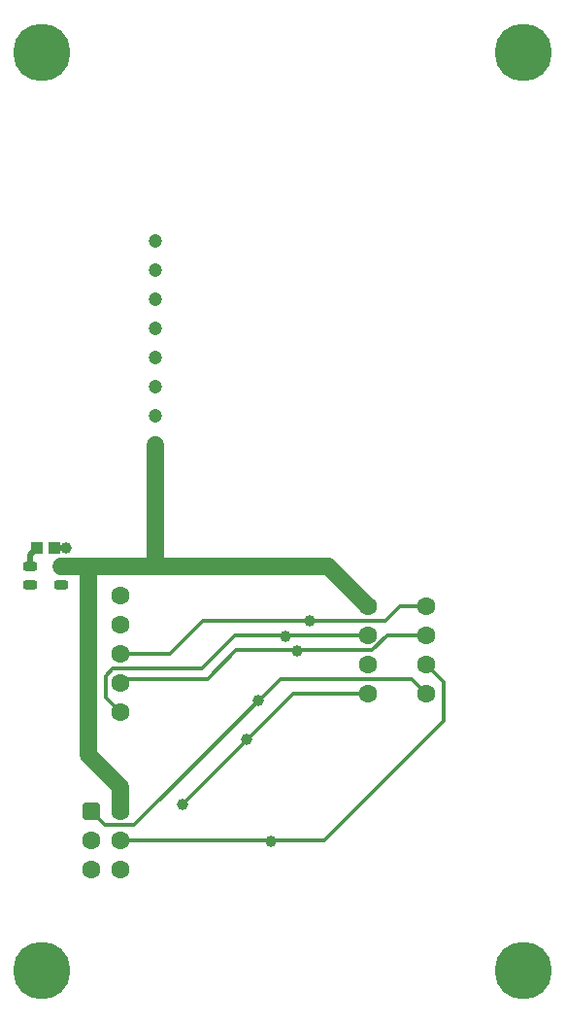
<source format=gtl>
G04 Layer_Physical_Order=1*
G04 Layer_Color=255*
%FSLAX44Y44*%
%MOMM*%
G71*
G01*
G75*
G04:AMPARAMS|DCode=10|XSize=1.2mm|YSize=0.8mm|CornerRadius=0.2mm|HoleSize=0mm|Usage=FLASHONLY|Rotation=180.000|XOffset=0mm|YOffset=0mm|HoleType=Round|Shape=RoundedRectangle|*
%AMROUNDEDRECTD10*
21,1,1.2000,0.4000,0,0,180.0*
21,1,0.8000,0.8000,0,0,180.0*
1,1,0.4000,-0.4000,0.2000*
1,1,0.4000,0.4000,0.2000*
1,1,0.4000,0.4000,-0.2000*
1,1,0.4000,-0.4000,-0.2000*
%
%ADD10ROUNDEDRECTD10*%
%ADD11R,1.0000X1.0000*%
%ADD12C,0.3000*%
%ADD13C,1.5000*%
%ADD14C,0.5000*%
%ADD15C,1.2000*%
%ADD16C,1.6000*%
%ADD17C,5.0000*%
G04:AMPARAMS|DCode=18|XSize=1.6mm|YSize=1.6mm|CornerRadius=0.4mm|HoleSize=0mm|Usage=FLASHONLY|Rotation=90.000|XOffset=0mm|YOffset=0mm|HoleType=Round|Shape=RoundedRectangle|*
%AMROUNDEDRECTD18*
21,1,1.6000,0.8000,0,0,90.0*
21,1,0.8000,1.6000,0,0,90.0*
1,1,0.8000,0.4000,0.4000*
1,1,0.8000,0.4000,-0.4000*
1,1,0.8000,-0.4000,-0.4000*
1,1,0.8000,-0.4000,0.4000*
%
%ADD18ROUNDEDRECTD18*%
%ADD19C,1.0000*%
D10*
X29680Y376810D02*
D03*
Y392810D02*
D03*
X56680D02*
D03*
Y376810D02*
D03*
D11*
X35680Y408940D02*
D03*
X50680D02*
D03*
D12*
X180340Y345440D02*
X339090D01*
X208890Y319380D02*
X327517D01*
X208280Y332740D02*
X323850D01*
X107950Y153670D02*
X285750D01*
X119990Y167030D02*
X247600Y294640D01*
X218821Y241681D02*
X259080Y281940D01*
X162560Y185420D02*
X218821Y241681D01*
X218440Y242062D02*
X218821Y241681D01*
X259080Y281940D02*
X323850D01*
X247600Y294640D02*
X361950D01*
X82550Y179070D02*
X94590Y167030D01*
X119990D01*
X285750Y153670D02*
X389890Y257810D01*
Y292100D01*
X374650Y307340D02*
X389890Y292100D01*
X361950Y294640D02*
X374650Y281940D01*
X327517Y319380D02*
X340877Y332740D01*
X184150Y294640D02*
X208890Y319380D01*
X107950Y294640D02*
X184150D01*
X179070Y303530D02*
X208280Y332740D01*
X101600Y303530D02*
X179070D01*
X340877Y332740D02*
X374650D01*
X95250Y297180D02*
X101600Y303530D01*
X95250Y278130D02*
Y297180D01*
Y278130D02*
X107950Y265430D01*
Y290830D02*
Y294640D01*
Y316230D02*
X151130D01*
X180340Y345440D01*
X339090D02*
X351790Y358140D01*
X374650D01*
D13*
X138684Y392430D02*
X289560D01*
X107950D02*
X138684D01*
Y498348D01*
X57060Y392430D02*
X80010D01*
X56680Y392810D02*
X57060Y392430D01*
X80010D02*
X107950D01*
X80010Y228600D02*
Y392430D01*
Y228600D02*
X107950Y200660D01*
Y179070D02*
Y200660D01*
X289560Y392430D02*
X323850Y358140D01*
D14*
X50680Y408940D02*
X60960D01*
X29680Y392810D02*
Y402940D01*
X35680Y408940D01*
D15*
X138684Y498348D02*
D03*
Y523748D02*
D03*
Y574548D02*
D03*
Y599948D02*
D03*
Y625348D02*
D03*
Y676148D02*
D03*
Y549148D02*
D03*
Y650748D02*
D03*
D16*
X323850Y332740D02*
D03*
Y358140D02*
D03*
X374650Y281940D02*
D03*
Y358140D02*
D03*
Y332740D02*
D03*
Y307340D02*
D03*
X323850D02*
D03*
Y281940D02*
D03*
X107950Y290830D02*
D03*
Y341630D02*
D03*
Y367030D02*
D03*
Y316230D02*
D03*
Y265430D02*
D03*
X82550Y128270D02*
D03*
Y153670D02*
D03*
X107950Y179070D02*
D03*
X107950Y153670D02*
D03*
Y128270D02*
D03*
D17*
X460000Y840000D02*
D03*
X40000D02*
D03*
X460000Y40000D02*
D03*
X40000D02*
D03*
D18*
X107950Y392430D02*
D03*
X82550Y179070D02*
D03*
D19*
X273558Y345186D02*
D03*
X262636Y319024D02*
D03*
X251968Y331978D02*
D03*
X239776Y152654D02*
D03*
X228854Y276098D02*
D03*
X218440Y242062D02*
D03*
X60960Y408940D02*
D03*
X162560Y185420D02*
D03*
M02*

</source>
